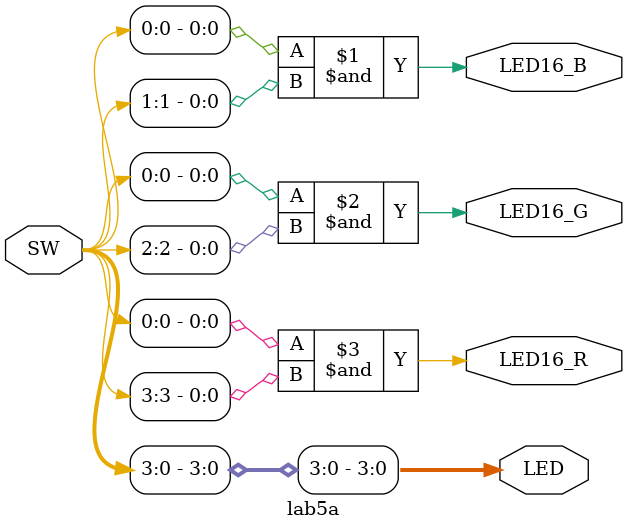
<source format=v>
`timescale 1ns / 1ps


module lab5a(
    input [7:0] SW,
    output [7:0] LED,
    output LED16_B, 
    output LED16_G,
    output LED16_R
    );
    
    assign LED[0] = SW[0];
    assign LED[1] = SW[1];
    assign LED[2] = SW[2];
    assign LED[3] = SW[3];
    
    assign LED16_B = SW[0] & SW [1];
    assign LED16_G = SW[0] & SW [2];
    assign LED16_R = SW[0] & SW [3];
    
endmodule

</source>
